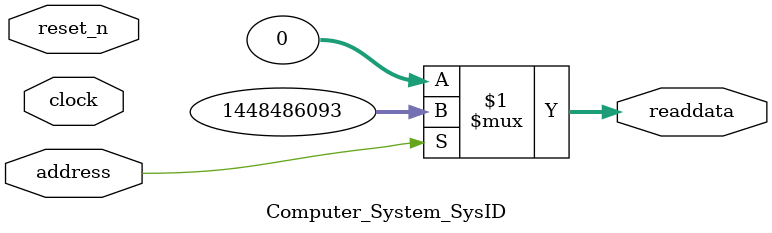
<source format=v>



// synthesis translate_off
`timescale 1ns / 1ps
// synthesis translate_on

// turn off superfluous verilog processor warnings 
// altera message_level Level1 
// altera message_off 10034 10035 10036 10037 10230 10240 10030 

module Computer_System_SysID (
               // inputs:
                address,
                clock,
                reset_n,

               // outputs:
                readdata
             )
;

  output  [ 31: 0] readdata;
  input            address;
  input            clock;
  input            reset_n;

  wire    [ 31: 0] readdata;
  //control_slave, which is an e_avalon_slave
  assign readdata = address ? 1448486093 : 0;

endmodule




</source>
